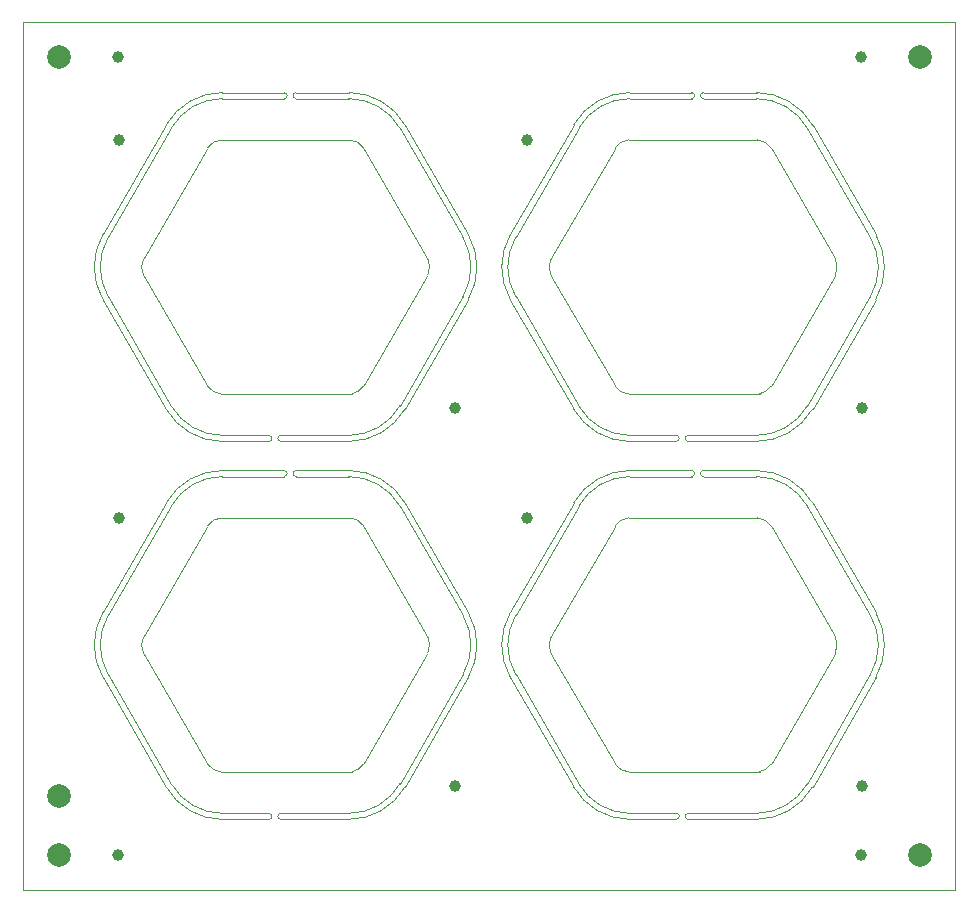
<source format=gbr>
G04 CAM350 V9.5.1 (Build 211) Date:  Sun Feb 09 09:32:50 2025 *
G04 Database: G:\2025-02-01  ºÏÆ´  ºÚÄ¤\2025-02-01-116\1.cam *
G04 Layer 6: GKO *
%FSLAX35Y35*%
%MOIN*%
%SFA1.000B1.000*%

%MIA0B0*%
%IPPOS*%
%ADD64C,0.00039*%
%ADD81C,0.07874*%
%ADD82C,0.03937*%
%LNGKO*%
%LPD*%
G54D81*
X10109Y17406D03*
X297119D03*
Y283298D03*
X10109D03*
Y37091D03*
G54D82*
X29794Y17406D03*
Y283298D03*
X277434D03*
Y17406D03*
X142014Y40211D03*
X30293Y129552D03*
X277841Y40211D03*
X166120Y129552D03*
X30293Y255536D03*
X166120D03*
X142014Y166196D03*
X277841D03*
G54D64*
X26562Y97203D02*
G75*
G03X26562Y77518I17048J-9842D01*
Y97203D02*
G01X47607Y133653D01*
X64654Y143495D02*
G03X47607Y133653I1J-19685D01*
X123791D02*
G03X106744Y143495I-17047J-9843D01*
X123791Y133653D02*
G01X144836Y97203D01*
Y77518D02*
G03X144836Y97203I-17048J9842D01*
Y77518D02*
G01X123791Y41067D01*
X106744Y31225D02*
G03X123791Y41067I-1J19685D01*
X47607D02*
G03X64654Y31225I17047J9843D01*
X47607Y41067D02*
G01X26562Y77518D01*
X107898Y45106D02*
G03X111664Y47622I-1152J5801D01*
Y47622D02*
G01X111858Y47957D01*
X132902Y84407*
X133096Y84743*
Y84743D02*
G03X133096Y89978I-5305J2618D01*
Y89978D02*
G01X132902Y90313D01*
X111858Y126763*
X111664Y127098*
Y127098D02*
G03X107131Y129716I-4922J-3288D01*
Y129716D02*
G01X106744D01*
X64267*
Y129716D02*
G03X59734Y127098I386J-5902D01*
Y127098D02*
G01X59540Y126763D01*
X38496Y90313*
X38302Y89978*
Y89978D02*
G03X38302Y84743I5314J-2618D01*
Y84743D02*
G01X38496Y84407D01*
X59540Y47957*
X59734Y47622*
Y47622D02*
G03X64267Y45004I4922J3288D01*
Y45004D02*
G01X107131D01*
X107898Y45106*
X125506Y40023D02*
G01X125530Y40063D01*
X146575Y76514*
Y76514*
Y76514D02*
G03X146630Y98111I-18787J10846D01*
Y98111D02*
G01X146598Y98166D01*
X146575Y98207*
X125530Y134657*
Y134657*
Y134657D02*
G03X106964Y145502I-18786J-10847D01*
X64654Y145503D02*
G03X45979Y134846I1J-21693D01*
Y134846D02*
G01X45892Y134697D01*
X45868Y134657*
X24823Y98207*
Y98207*
Y98207D02*
G03X24768Y76610I18787J-10846D01*
Y76610D02*
G01X24800Y76554D01*
X24823Y76514*
X45868Y40063*
Y40063*
Y40063*
Y40063D02*
G03X64434Y29218I18786J10847D01*
X106744Y29217D02*
G03X125419Y39874I-1J21693D01*
Y39874D02*
G01X125506Y40023D01*
X106744Y31225D02*
G01X84061D01*
X80124D02*
G01X64654D01*
X64434Y29218D02*
G01X64654Y29217D01*
X80124*
X84061D02*
G01X106744D01*
X84074Y31225D02*
G03X84074Y29217I34J-1004D01*
X80121D02*
G03X80121Y31225I-4J1004D01*
X89186Y145503D02*
G03X89186Y143495I34J-1004D01*
X85234D02*
G03X85234Y145503I-4J1004D01*
X106964Y145502D02*
G01X106744Y145503D01*
X89191*
X85236D02*
G01X64654D01*
Y143495D02*
G01X85236D01*
X89191D02*
G01X106744D01*
X162389Y97203D02*
G03X162389Y77518I17048J-9842D01*
Y97203D02*
G01X183434Y133653D01*
X200481Y143495D02*
G03X183434Y133653I1J-19685D01*
X259618D02*
G03X242571Y143495I-17047J-9843D01*
X259618Y133653D02*
G01X280663Y97203D01*
Y77518D02*
G03X280662Y97203I-17048J9842D01*
X280663Y77518D02*
G01X259618Y41067D01*
X242571Y31225D02*
G03X259617Y41067I-1J19685D01*
X183434D02*
G03X200481Y31225I17047J9843D01*
X183434Y41067D02*
G01X162389Y77518D01*
X243725Y45106D02*
G03X247491Y47622I-1152J5801D01*
Y47622D02*
G01X247685Y47957D01*
X268729Y84407*
X268923Y84743*
Y84743D02*
G03X268923Y89978I-5305J2618D01*
Y89978D02*
G01X268729Y90313D01*
X247685Y126763*
X247491Y127098*
Y127098D02*
G03X242958Y129716I-4922J-3288D01*
Y129716D02*
G01X242571D01*
X200094*
Y129716D02*
G03X195561Y127098I386J-5902D01*
Y127098D02*
G01X195367Y126763D01*
X174323Y90313*
X174129Y89978*
Y89978D02*
G03X174129Y84743I5314J-2618D01*
Y84743D02*
G01X174323Y84407D01*
X195367Y47957*
X195561Y47622*
Y47622D02*
G03X200094Y45004I4922J3288D01*
Y45004D02*
G01X242958D01*
X243725Y45106*
X261333Y40023D02*
G01X261357Y40063D01*
X282402Y76514*
Y76514*
Y76514D02*
G03X282456Y98111I-18787J10846D01*
Y98111D02*
G01X282425Y98166D01*
X282402Y98207*
X261357Y134657*
Y134657*
Y134657D02*
G03X242791Y145502I-18786J-10847D01*
X200481Y145503D02*
G03X181806Y134846I1J-21693D01*
Y134846D02*
G01X181719Y134697D01*
X181695Y134657*
X160650Y98207*
Y98207*
Y98207D02*
G03X160595Y76610I18787J-10846D01*
Y76610D02*
G01X160627Y76554D01*
X160650Y76514*
X181695Y40063*
Y40063*
Y40063*
Y40063D02*
G03X200261Y29218I18786J10847D01*
X242571Y29217D02*
G03X261245Y39874I-1J21693D01*
Y39874D02*
G01X261333Y40023D01*
X242571Y31225D02*
G01X219887D01*
X215950D02*
G01X200481D01*
X200261Y29218D02*
G01X200481Y29217D01*
X215950*
X219887D02*
G01X242571D01*
X219901Y31225D02*
G03X219901Y29217I34J-1004D01*
X215948D02*
G03X215948Y31225I-4J1004D01*
X225013Y145503D02*
G03X225013Y143495I34J-1004D01*
X221060D02*
G03X221060Y145503I-4J1004D01*
X242791Y145502D02*
G01X242571Y145503D01*
X225017*
X221063D02*
G01X200481D01*
Y143495D02*
G01X221063D01*
X225017D02*
G01X242571D01*
X26562Y223187D02*
G03X26562Y203502I17048J-9842D01*
Y223187D02*
G01X47607Y259637D01*
X64654Y269479D02*
G03X47607Y259637I1J-19685D01*
X123791D02*
G03X106744Y269479I-17047J-9843D01*
X123791Y259637D02*
G01X144836Y223187D01*
Y203502D02*
G03X144836Y223187I-17048J9842D01*
Y203502D02*
G01X123791Y167051D01*
X106744Y157209D02*
G03X123791Y167051I-1J19685D01*
X47607D02*
G03X64654Y157209I17047J9843D01*
X47607Y167051D02*
G01X26562Y203502D01*
X107898Y171090D02*
G03X111664Y173606I-1152J5801D01*
Y173606D02*
G01X111858Y173941D01*
X132902Y210391*
X133096Y210727*
Y210727D02*
G03X133096Y215962I-5305J2618D01*
Y215962D02*
G01X132902Y216297D01*
X111858Y252747*
X111664Y253082*
Y253082D02*
G03X107131Y255700I-4922J-3288D01*
Y255700D02*
G01X106744D01*
X64267*
Y255700D02*
G03X59734Y253082I386J-5902D01*
Y253082D02*
G01X59540Y252747D01*
X38496Y216297*
X38302Y215962*
Y215962D02*
G03X38302Y210727I5314J-2618D01*
Y210727D02*
G01X38496Y210391D01*
X59540Y173941*
X59734Y173606*
Y173606D02*
G03X64267Y170988I4922J3288D01*
Y170988D02*
G01X107131D01*
X107898Y171090*
X125506Y166007D02*
G01X125530Y166047D01*
X146575Y202498*
Y202498*
Y202498D02*
G03X146630Y224095I-18787J10846D01*
Y224095D02*
G01X146598Y224150D01*
X146575Y224191*
X125530Y260641*
Y260641*
Y260641D02*
G03X106964Y271486I-18786J-10847D01*
X64654Y271487D02*
G03X45979Y260831I1J-21693D01*
Y260831D02*
G01X45892Y260681D01*
X45868Y260641*
X24823Y224191*
Y224191*
Y224191D02*
G03X24768Y202595I18787J-10846D01*
Y202595D02*
G01X24800Y202539D01*
X24823Y202498*
X45868Y166047*
Y166047*
Y166047*
Y166047D02*
G03X64434Y155202I18786J10847D01*
X106744Y155201D02*
G03X125419Y165858I-1J21693D01*
Y165858D02*
G01X125506Y166007D01*
X106744Y157209D02*
G01X84061D01*
X80124D02*
G01X64654D01*
X64434Y155202D02*
G01X64654Y155201D01*
X80124*
X84061D02*
G01X106744D01*
X84074Y157209D02*
G03X84074Y155201I34J-1004D01*
X80121D02*
G03X80121Y157209I-4J1004D01*
X89186Y271487D02*
G03X89186Y269479I34J-1004D01*
X85234D02*
G03X85234Y271487I-4J1004D01*
X106964Y271486D02*
G01X106744Y271487D01*
X89191*
X85236D02*
G01X64654D01*
Y269479D02*
G01X85236D01*
X89191D02*
G01X106744D01*
X162389Y223187D02*
G03X162389Y203502I17048J-9842D01*
Y223187D02*
G01X183434Y259637D01*
X200481Y269479D02*
G03X183434Y259637I1J-19685D01*
X259618D02*
G03X242571Y269479I-17047J-9843D01*
X259618Y259637D02*
G01X280663Y223187D01*
Y203502D02*
G03X280662Y223187I-17048J9842D01*
X280663Y203502D02*
G01X259618Y167051D01*
X242571Y157209D02*
G03X259617Y167051I-1J19685D01*
X183434D02*
G03X200481Y157209I17047J9843D01*
X183434Y167051D02*
G01X162389Y203502D01*
X243725Y171090D02*
G03X247491Y173606I-1152J5801D01*
Y173606D02*
G01X247685Y173941D01*
X268729Y210391*
X268923Y210727*
Y210727D02*
G03X268923Y215962I-5305J2618D01*
Y215962D02*
G01X268729Y216297D01*
X247685Y252747*
X247491Y253082*
Y253082D02*
G03X242958Y255700I-4922J-3288D01*
Y255700D02*
G01X242571D01*
X200094*
Y255700D02*
G03X195561Y253082I386J-5902D01*
Y253082D02*
G01X195367Y252747D01*
X174323Y216297*
X174129Y215962*
Y215962D02*
G03X174129Y210727I5314J-2618D01*
Y210727D02*
G01X174323Y210391D01*
X195367Y173941*
X195561Y173606*
Y173606D02*
G03X200094Y170988I4922J3288D01*
Y170988D02*
G01X242958D01*
X243725Y171090*
X261333Y166007D02*
G01X261357Y166047D01*
X282402Y202498*
Y202498*
Y202498D02*
G03X282456Y224095I-18787J10846D01*
Y224095D02*
G01X282425Y224150D01*
X282402Y224191*
X261357Y260641*
Y260641*
Y260641D02*
G03X242791Y271486I-18786J-10847D01*
X200481Y271487D02*
G03X181806Y260831I1J-21693D01*
Y260831D02*
G01X181719Y260681D01*
X181695Y260641*
X160650Y224191*
Y224191*
Y224191D02*
G03X160595Y202595I18787J-10846D01*
Y202595D02*
G01X160627Y202539D01*
X160650Y202498*
X181695Y166047*
Y166047*
Y166047*
Y166047D02*
G03X200261Y155202I18786J10847D01*
X242571Y155201D02*
G03X261245Y165858I-1J21693D01*
Y165858D02*
G01X261333Y166007D01*
X242571Y157209D02*
G01X219887D01*
X215950D02*
G01X200481D01*
X200261Y155202D02*
G01X200481Y155201D01*
X215950*
X219887D02*
G01X242571D01*
X219901Y157209D02*
G03X219901Y155201I34J-1004D01*
X215948D02*
G03X215948Y157209I-4J1004D01*
X225013Y271487D02*
G03X225013Y269479I34J-1004D01*
X221060D02*
G03X221060Y271487I-4J1004D01*
X242791Y271486D02*
G01X242571Y271487D01*
X225017*
X221063D02*
G01X200481D01*
Y269479D02*
G01X221063D01*
X225017D02*
G01X242571D01*
X308930Y295109D02*
G01X-1702D01*
Y5595*
X308930*
Y295109*
M02*

</source>
